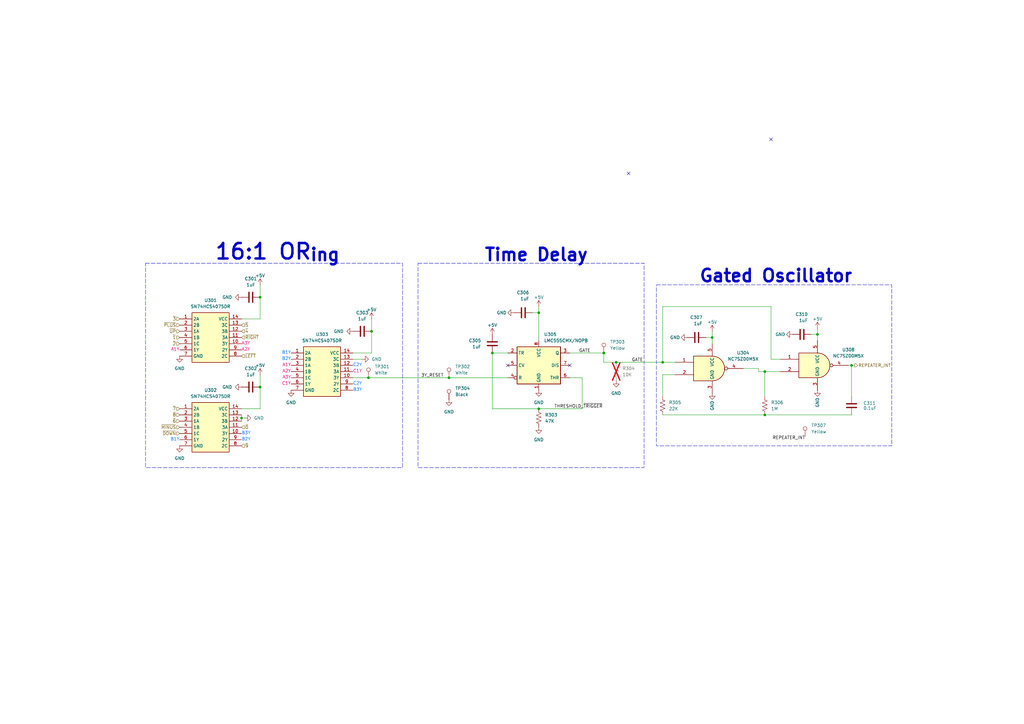
<source format=kicad_sch>
(kicad_sch (version 20250114) (generator "eeschema") (generator_version "9.0")
  (paper "A3")
  (title_block (title "MEP MAXI 85V-1 REV 2 Keypad") (date "2025-06-22") (rev "X2") (company "McMillan Enterprises") (comment 1 "Firmware: Connor McMillan (connor@mcmillan.website)") (comment 2 "Hardware &"))
  (polyline (pts (xy 376.1996 267.8182) (xy 376.4126 266.745) (xy 376.6117 266.745) (xy 376.333 268.1388) (xy 376.1697 268.1388) (xy 375.5464 267.0656) (xy 375.3333 268.1388) (xy 375.1343 268.1388) (xy 375.413 266.745) (xy 375.5763 266.745) (xy 376.1996 267.8182)) (stroke (width -0.0001) (type solid)) (fill (type outline)))
  (polyline (pts (xy 389.122 268.1388) (xy 388.9228 268.1388) (xy 389.2016 266.745) (xy 389.4007 266.745) (xy 389.122 268.1388)) (stroke (width -0.0001) (type solid)) (fill (type outline)))
  (polyline (pts (xy 385.1279 266.7468) (xy 385.1838 266.752) (xy 385.2364 266.7605) (xy 385.2855 266.7724) (xy 385.3088 266.7796) (xy 385.3311 266.7876) (xy 385.3526 266.7963) (xy 385.3732 266.8059) (xy 385.3928 266.8163) (xy 385.4115 266.8274) (xy 385.4293 266.8394) (xy 385.4462 266.852) (xy 385.4621 266.8655) (xy 385.477 266.8797) (xy 385.491 266.8946) (xy 385.504 266.9103) (xy 385.516 266.9267) (xy 385.527 266.9438) (xy 385.537 266.9617) (xy 385.546 266.9802) (xy 385.554 266.9995) (xy 385.5609 267.0194) (xy 385.5668 267.04) (xy 385.5716 267.0614) (xy 385.5754 267.0833) (xy 385.5781 267.106) (xy 385.5798 267.1293) (xy 385.5803 267.1532) (xy 385.5796 267.1862) (xy 385.5774 267.2183) (xy 385.5738 267.2495) (xy 385.5688 267.2798) (xy 385.5623 267.3091) (xy 385.5545 267.3376) (xy 385.5454 267.3651) (xy 385.5348 267.3916) (xy 385.523 267.4172) (xy 385.5099 267.4418) (xy 385.4954 267.4655) (xy 385.4797 267.4881) (xy 385.4628 267.5098) (xy 385.4446 267.5304) (xy 385.4252 267.55) (xy 385.4046 267.5686) (xy 385.3829 267.5861) (xy 385.3599 267.6026) (xy 385.3358 267.618) (xy 385.3107 267.6324) (xy 385.2843 267.6456) (xy 385.257 267.6578) (xy 385.2285 267.6688) (xy 385.199 267.6788) (xy 385.1684 267.6876) (xy 385.1369 267.6952) (xy 385.1043 267.7017) (xy 385.0708 267.7071) (xy 385.0363 267.7113) (xy 385.0009 267.7143) (xy 384.9645 267.7161) (xy 384.9273 267.7167) (xy 384.5549 267.7167) (xy 384.4712 268.1388) (xy 384.2722 268.1388) (xy 384.3913 267.5434) (xy 384.5908 267.5434) (xy 384.9312 267.5434) (xy 384.9832 267.5419) (xy 385.0323 267.5375) (xy 385.0785 267.5301) (xy 385.1217 267.5197) (xy 385.1421 267.5134) (xy 385.1618 267.5064) (xy 385.1807 267.4987) (xy 385.1988 267.4902) (xy 385.2161 267.481) (xy 385.2325 267.4711) (xy 385.2482 267.4605) (xy 385.263 267.4491) (xy 385.277 267.437) (xy 385.2902 267.4243) (xy 385.3025 267.4108) (xy 385.314 267.3965) (xy 385.3245 267.3816) (xy 385.3342 267.366) (xy 385.3431 267.3497) (xy 385.351 267.3326) (xy 385.358 267.3149) (xy 385.3641 267.2964) (xy 385.3693 267.2773) (xy 385.3736 267.2574) (xy 385.3769 267.2369) (xy 385.3793 267.2157) (xy 385.3808 267.1937) (xy 385.3813 267.1711) (xy 385.3809 267.1557) (xy 385.3799 267.1407) (xy 385.3781 267.1262) (xy 385.3757 267.1122) (xy 385.3726 267.0987) (xy 385.3688 267.0857) (xy 385.3644 267.0731) (xy 385.3593 267.0611) (xy 385.3535 267.0495) (xy 385.3471 267.0384) (xy 385.34 267.0277) (xy 385.3323 267.0176) (xy 385.324 267.008) (xy 385.315 266.9988) (xy 385.3054 266.9902) (xy 385.2951 266.982) (xy 385.2843 266.9743) (xy 385.2728 266.9671) (xy 385.2607 266.9604) (xy 385.248 266.9542) (xy 385.2348 266.9485) (xy 385.2209 266.9432) (xy 385.2064 266.9385) (xy 385.1914 266.9343) (xy 385.1758 266.9305) (xy 385.1596 266.9273) (xy 385.1428 266.9245) (xy 385.1255 266.9223) (xy 385.1076 266.9205) (xy 385.0892 266.9193) (xy 385.0703 266.9185) (xy 385.0507 266.9183) (xy 384.7162 266.9183) (xy 384.5908 267.5434) (xy 384.3913 267.5434) (xy 384.5509 266.745) (xy 385.0686 266.745) (xy 385.1279 266.7468)) (stroke (width -0.0001) (type solid)) (fill (type outline)))
  (polyline (pts (xy 385.2743 261.2772) (xy 386.1083 261.2772) (xy 385.2101 265.768) (xy 384.376 265.768) (xy 385.2743 261.2772) (xy 385.2743 261.2772)) (stroke (width -0.0001) (type solid)) (fill (type outline)))
  (polyline (pts (xy 402.3773 264.4208) (xy 402.9996 261.2772) (xy 403.8272 261.2772) (xy 402.9291 265.768) (xy 402.2426 265.768) (xy 400.4013 262.6244) (xy 399.7726 265.768) (xy 398.945 265.768) (xy 399.8432 261.2772) (xy 400.5296 261.2772) (xy 402.3773 264.4208)) (stroke (width -0.0001) (type solid)) (fill (type outline)))
  (polyline (pts (xy 370.1265 264.0944) (xy 372.7347 260.7468) (xy 372.7404 260.7468) (xy 370.1265 264.0944)) (stroke (width -0.0001) (type solid)) (fill (type outline)))
  (polyline (pts (xy 381.0146 264.2668) (xy 383.3435 261.2772) (xy 384.062 261.2772) (xy 383.1639 265.768) (xy 382.3748 265.768) (xy 382.9585 262.8233) (xy 381.0403 265.2548) (xy 380.6682 265.2548) (xy 379.6417 262.7656) (xy 379.045 265.768) (xy 378.2495 265.768) (xy 379.1477 261.2772) (xy 379.8278 261.2772) (xy 381.0146 264.2668)) (stroke (width -0.0001) (type solid)) (fill (type outline)))
  (polyline (pts (xy 398.3679 265.768) (xy 397.5403 265.768) (xy 397.3029 264.7287) (xy 395.0446 264.7287) (xy 394.3967 265.768) (xy 393.5049 265.768) (xy 394.6058 264.0743) (xy 395.4552 264.0743) (xy 397.1489 264.0743) (xy 396.6934 262.0983) (xy 395.4552 264.0743) (xy 394.6058 264.0743) (xy 396.424 261.2772) (xy 397.2516 261.2772) (xy 398.3679 265.768)) (stroke (width -0.0001) (type solid)) (fill (type outline)))
  (polyline (pts (xy 370.1265 264.0944) (xy 372.7347 260.7468) (xy 372.7404 260.7468) (xy 370.1265 264.0944)) (stroke (width -0.0001) (type solid)) (fill (type outline)))
  (polyline (pts (xy 374.1361 266.9183) (xy 373.3495 266.9183) (xy 373.2639 267.3463) (xy 373.9648 267.3463) (xy 373.931 267.5156) (xy 373.2301 267.5156) (xy 373.1405 267.9656) (xy 373.9548 267.9656) (xy 373.921 268.1388) (xy 372.9075 268.1388) (xy 373.1863 266.745) (xy 374.1699 266.745) (xy 374.1361 266.9183)) (stroke (width -0.0001) (type solid)) (fill (type outline)))
  (polyline (pts (xy 380.9337 266.9183) (xy 380.1472 266.9183) (xy 380.0616 267.3463) (xy 380.7625 267.3463) (xy 380.7286 267.5156) (xy 380.0277 267.5156) (xy 379.9381 267.9656) (xy 380.7525 267.9656) (xy 380.7187 268.1388) (xy 379.7052 268.1388) (xy 379.9839 266.745) (xy 380.9676 266.745) (xy 380.9337 266.9183)) (stroke (width -0.0001) (type solid)) (fill (type outline)))
  (polyline (pts (xy 393.7901 266.9183) (xy 393.0036 266.9183) (xy 392.918 267.3463) (xy 393.6189 267.3463) (xy 393.585 267.5156) (xy 392.8841 267.5156) (xy 392.7945 267.9656) (xy 393.6089 267.9656) (xy 393.5751 268.1388) (xy 392.5616 268.1388) (xy 392.8403 266.745) (xy 393.824 266.745) (xy 393.7901 266.9183)) (stroke (width -0.0001) (type solid)) (fill (type outline)))
  (polyline (pts (xy 375.0109 259.0135) (xy 370.1552 265.2009) (xy 369.7386 265.2009) (xy 368.5893 262.4136) (xy 367.9211 265.7758) (xy 367.03 265.7758) (xy 368.0361 260.7468) (xy 368.7976 260.7468) (xy 369.9562 263.6659) (xy 370.1265 264.0944) (xy 372.7404 260.7468) (xy 373.6079 259.6357) (xy 374.9545 258.6582) (xy 375.0109 259.0135)) (stroke (width -0.0001) (type solid)) (fill (type outline)))
  (polyline (pts (xy 372.5335 265.7758) (xy 371.6499 265.7758) (xy 372.1364 263.321) (xy 373.3282 261.8024) (xy 372.5335 265.7758)) (stroke (width -0.0001) (type solid)) (fill (type outline)))
  (polyline (pts (xy 387.3207 261.2772) (xy 388.1546 261.2772) (xy 387.3976 265.0624) (xy 389.7457 265.0624) (xy 389.6046 265.768) (xy 386.4224 265.768) (xy 387.3207 261.2772) (xy 387.3207 261.2772)) (stroke (width -0.0001) (type solid)) (fill (type outline)))
  (polyline (pts (xy 395.5093 266.7296) (xy 395.5411 266.731) (xy 395.5725 266.7334) (xy 395.6036 266.7368) (xy 395.6342 266.7411) (xy 395.6644 266.7463) (xy 395.694 266.7524) (xy 395.7229 266.7595) (xy 395.7512 266.7674) (xy 395.7788 266.7762) (xy 395.8056 266.7858) (xy 395.8315 266.7963) (xy 395.8565 266.8076) (xy 395.8805 266.8198) (xy 395.9034 266.8328) (xy 395.9253 266.8466) (xy 395.8457 267.0098) (xy 395.8259 266.9964) (xy 395.8055 266.9839) (xy 395.7844 266.9722) (xy 395.7627 266.9613) (xy 395.7405 266.9513) (xy 395.7177 266.9422) (xy 395.6944 266.9339) (xy 395.6707 266.9265) (xy 395.6465 266.9199) (xy 395.6219 266.9142) (xy 395.5969 266.9094) (xy 395.5715 266.9054) (xy 395.5459 266.9023) (xy 395.5199 266.9001) (xy 395.4937 266.8988) (xy 395.4673 266.8984) (xy 395.4254 266.8995) (xy 395.3855 266.9028) (xy 395.3477 266.9083) (xy 395.3122 266.9159) (xy 395.279 266.9255) (xy 395.2483 266.937) (xy 395.22 266.9504) (xy 395.1943 266.9655) (xy 395.1713 266.9824) (xy 395.1608 266.9915) (xy 395.1511 267.001) (xy 395.142 267.0109) (xy 395.1337 267.0211) (xy 395.1261 267.0318) (xy 395.1193 267.0428) (xy 395.1132 267.0542) (xy 395.1079 267.0659) (xy 395.1034 267.078) (xy 395.0997 267.0904) (xy 395.0968 267.1031) (xy 395.0947 267.1162) (xy 395.0934 267.1296) (xy 395.093 267.1432) (xy 395.095 267.1694) (xy 395.101 267.1933) (xy 395.1107 267.215) (xy 395.1237 267.2347) (xy 395.1399 267.2526) (xy 395.159 267.2689) (xy 395.1806 267.2837) (xy 395.2047 267.2973) (xy 395.2308 267.3098) (xy 395.2588 267.3214) (xy 395.3192 267.3427) (xy 395.4504 267.3827) (xy 395.5171 267.4042) (xy 395.5817 267.4288) (xy 395.6125 267.4426) (xy 395.642 267.4578) (xy 395.67 267.4744) (xy 395.6961 267.4927) (xy 395.7202 267.5128) (xy 395.7419 267.535) (xy 395.7609 267.5594) (xy 395.7771 267.5861) (xy 395.7902 267.6155) (xy 395.7998 267.6475) (xy 395.8058 267.6826) (xy 395.8078 267.7207) (xy 395.8071 267.7458) (xy 395.805 267.7702) (xy 395.8015 267.794) (xy 395.7967 267.8171) (xy 395.7906 267.8395) (xy 395.7831 267.8613) (xy 395.7744 267.8824) (xy 395.7645 267.9028) (xy 395.7533 267.9224) (xy 395.7409 267.9414) (xy 395.7274 267.9596) (xy 395.7127 267.977) (xy 395.6969 267.9938) (xy 395.68 268.0097) (xy 395.6621 268.0249) (xy 395.6431 268.0393) (xy 395.623 268.0529) (xy 395.602 268.0657) (xy 395.5801 268.0777) (xy 395.5572 268.0888) (xy 395.5334 268.0992) (xy 395.5087 268.1087) (xy 395.4831 268.1173) (xy 395.4567 268.125) (xy 395.4295 268.1319) (xy 395.4015 268.1379) (xy 395.3727 268.143) (xy 395.3432 268.1472) (xy 395.313 268.1505) (xy 395.2821 268.1529) (xy 395.2506 268.1543) (xy 395.2184 268.1548) (xy 395.1786 268.1539) (xy 395.139 268.1514) (xy 395.0999 268.1474) (xy 395.0613 268.1418) (xy 395.0235 268.1348) (xy 394.9865 268.1264) (xy 394.9506 268.1168) (xy 394.9158 268.106) (xy 394.8823 268.0941) (xy 394.8503 268.0811) (xy 394.8198 268.0671) (xy 394.7911 268.0523) (xy 394.7643 268.0366) (xy 394.7396 268.0202) (xy 394.717 268.0032) (xy 394.6967 267.9855) (xy 394.7843 267.8262) (xy 394.8049 267.8441) (xy 394.827 267.8611) (xy 394.8504 267.8771) (xy 394.8751 267.8923) (xy 394.9011 267.9064) (xy 394.9281 267.9195) (xy 394.9561 267.9315) (xy 394.985 267.9425) (xy 395.0147 267.9522) (xy 395.045 267.9608) (xy 395.076 267.9682) (xy 395.1075 267.9743) (xy 395.1394 267.9792) (xy 395.1715 267.9827) (xy 395.2039 267.9848) (xy 395.2363 267.9855) (xy 395.2776 267.9845) (xy 395.3171 267.9815) (xy 395.3546 267.9766) (xy 395.3901 267.9698) (xy 395.4233 267.961) (xy 395.4543 267.9504) (xy 395.4828 267.938) (xy 395.5089 267.9238) (xy 395.5323 267.9078) (xy 395.5429 267.8991) (xy 395.5529 267.89) (xy 395.5622 267.8805) (xy 395.5707 267.8706) (xy 395.5785 267.8602) (xy 395.5855 267.8494) (xy 395.5917 267.8382) (xy 395.5972 267.8266) (xy 395.6019 267.8146) (xy 395.6057 267.8022) (xy 395.6087 267.7894) (xy 395.6109 267.7761) (xy 395.6122 267.7625) (xy 395.6127 267.7485) (xy 395.6106 267.7225) (xy 395.6046 267.6989) (xy 395.595 267.6775) (xy 395.5819 267.6581) (xy 395.5658 267.6406) (xy 395.5467 267.6246) (xy 395.525 267.6101) (xy 395.501 267.5968) (xy 395.4748 267.5847) (xy 395.4469 267.5733) (xy 395.3865 267.5525) (xy 395.2553 267.5131) (xy 395.1886 267.4914) (xy 395.124 267.4664) (xy 395.0932 267.4521) (xy 395.0637 267.4365) (xy 395.0357 267.4192) (xy 395.0096 267.4002) (xy 394.9855 267.3792) (xy 394.9639 267.3561) (xy 394.9448 267.3306) (xy 394.9286 267.3025) (xy 394.9156 267.2717) (xy 394.9059 267.238) (xy 394.8999 267.2012) (xy 394.8979 267.1611) (xy 394.8986 267.1364) (xy 394.9007 267.1123) (xy 394.9041 267.0888) (xy 394.9088 267.066) (xy 394.9149 267.0437) (xy 394.9222 267.0222) (xy 394.9307 267.0013) (xy 394.9405 266.9811) (xy 394.9515 266.9615) (xy 394.9637 266.9427) (xy 394.977 266.9246) (xy 394.9914 266.9072) (xy 395.007 266.8905) (xy 395.0236 266.8746) (xy 395.0412 266.8594) (xy 395.0599 266.845) (xy 395.0796 266.8314) (xy 395.1002 266.8186) (xy 395.1218 266.8066) (xy 395.1443 266.7954) (xy 395.1677 266.7851) (xy 395.192 266.7755) (xy 395.2172 266.7669) (xy 395.2431 266.7591) (xy 395.2699 266.7521) (xy 395.2974 266.7461) (xy 395.3257 266.7409) (xy 395.3546 266.7367) (xy 395.3843 266.7334) (xy 395.4147 266.731) (xy 395.4457 266.7295) (xy 395.4773 266.7291) (xy 395.5093 266.7296)) (stroke (width -0.0001) (type solid)) (fill (type outline)))
  (polyline (pts (xy 391.1634 261.2772) (xy 391.9974 261.2772) (xy 391.2404 265.0624) (xy 393.5885 265.0624) (xy 393.4473 265.768) (xy 390.2652 265.768) (xy 391.1634 261.2772) (xy 391.1634 261.2772)) (stroke (width -0.0001) (type solid)) (fill (type outline)))
  (polyline (pts (xy 378.8385 266.9183) (xy 378.3626 266.9183) (xy 378.1177 268.1388) (xy 377.9206 268.1388) (xy 378.1635 266.9183) (xy 377.6876 266.9183) (xy 377.7215 266.745) (xy 378.8744 266.745) (xy 378.8385 266.9183)) (stroke (width -0.0001) (type solid)) (fill (type outline)))
  (polyline (pts (xy 391.1535 266.7296) (xy 391.1852 266.731) (xy 391.2167 266.7334) (xy 391.2477 266.7368) (xy 391.2784 266.7411) (xy 391.3085 266.7463) (xy 391.3381 266.7524) (xy 391.3671 266.7595) (xy 391.3954 266.7674) (xy 391.423 266.7762) (xy 391.4497 266.7858) (xy 391.4756 266.7963) (xy 391.5006 266.8076) (xy 391.5246 266.8198) (xy 391.5476 266.8328) (xy 391.5694 266.8466) (xy 391.4898 267.0098) (xy 391.47 266.9964) (xy 391.4496 266.9839) (xy 391.4285 266.9722) (xy 391.4069 266.9613) (xy 391.3846 266.9513) (xy 391.3619 266.9422) (xy 391.3386 266.9339) (xy 391.3148 266.9265) (xy 391.2906 266.9199) (xy 391.266 266.9142) (xy 391.241 266.9094) (xy 391.2157 266.9054) (xy 391.19 266.9023) (xy 391.1641 266.9001) (xy 391.1379 266.8988) (xy 391.1115 266.8984) (xy 391.0695 266.8995) (xy 391.0296 266.9028) (xy 390.9919 266.9083) (xy 390.9564 266.9159) (xy 390.9232 266.9255) (xy 390.8924 266.937) (xy 390.8641 266.9504) (xy 390.8384 266.9655) (xy 390.8154 266.9824) (xy 390.805 266.9915) (xy 390.7952 267.001) (xy 390.7862 267.0109) (xy 390.7778 267.0211) (xy 390.7703 267.0318) (xy 390.7634 267.0428) (xy 390.7574 267.0542) (xy 390.7521 267.0659) (xy 390.7475 267.078) (xy 390.7438 267.0904) (xy 390.7409 267.1031) (xy 390.7388 267.1162) (xy 390.7376 267.1296) (xy 390.7371 267.1432) (xy 390.7392 267.1694) (xy 390.7452 267.1933) (xy 390.7548 267.215) (xy 390.7679 267.2347) (xy 390.784 267.2526) (xy 390.8031 267.2689) (xy 390.8248 267.2837) (xy 390.8488 267.2973) (xy 390.875 267.3098) (xy 390.9029 267.3214) (xy 390.9633 267.3427) (xy 391.0946 267.3827) (xy 391.1612 267.4042) (xy 391.2258 267.4288) (xy 391.2566 267.4426) (xy 391.2862 267.4578) (xy 391.3141 267.4744) (xy 391.3403 267.4927) (xy 391.3643 267.5128) (xy 391.386 267.535) (xy 391.4051 267.5594) (xy 391.4213 267.5861) (xy 391.4343 267.6155) (xy 391.4439 267.6475) (xy 391.4499 267.6826) (xy 391.452 267.7207) (xy 391.4513 267.7458) (xy 391.4492 267.7702) (xy 391.4457 267.794) (xy 391.4409 267.8171) (xy 391.4347 267.8395) (xy 391.4273 267.8613) (xy 391.4186 267.8824) (xy 391.4086 267.9028) (xy 391.3974 267.9224) (xy 391.3851 267.9414) (xy 391.3715 267.9596) (xy 391.3568 267.977) (xy 391.341 267.9938) (xy 391.3242 268.0097) (xy 391.3062 268.0249) (xy 391.2872 268.0393) (xy 391.2672 268.0529) (xy 391.2462 268.0657) (xy 391.2242 268.0777) (xy 391.2013 268.0888) (xy 391.1775 268.0992) (xy 391.1528 268.1087) (xy 391.1272 268.1173) (xy 391.1008 268.125) (xy 391.0736 268.1319) (xy 391.0456 268.1379) (xy 391.0169 268.143) (xy 390.9874 268.1472) (xy 390.9572 268.1505) (xy 390.9263 268.1529) (xy 390.8947 268.1543) (xy 390.8626 268.1548) (xy 390.8227 268.1539) (xy 390.7831 268.1514) (xy 390.744 268.1474) (xy 390.7055 268.1418) (xy 390.6676 268.1348) (xy 390.6307 268.1264) (xy 390.5947 268.1168) (xy 390.5599 268.106) (xy 390.5264 268.0941) (xy 390.4944 268.0811) (xy 390.464 268.0671) (xy 390.4353 268.0523) (xy 390.4085 268.0366) (xy 390.3837 268.0202) (xy 390.3611 268.0032) (xy 390.3409 267.9855) (xy 390.4285 267.8262) (xy 390.449 267.8441) (xy 390.4711 267.8611) (xy 390.4946 267.8771) (xy 390.5193 267.8923) (xy 390.5452 267.9064) (xy 390.5722 267.9195) (xy 390.6002 267.9315) (xy 390.6291 267.9425) (xy 390.6588 267.9522) (xy 390.6892 267.9608) (xy 390.7202 267.9682) (xy 390.7516 267.9743) (xy 390.7835 267.9792) (xy 390.8157 267.9827) (xy 390.848 267.9848) (xy 390.8805 267.9855) (xy 390.9218 267.9845) (xy 390.9612 267.9815) (xy 390.9988 267.9766) (xy 391.0342 267.9698) (xy 391.0675 267.961) (xy 391.0984 267.9504) (xy 391.127 267.938) (xy 391.153 267.9238) (xy 391.1764 267.9078) (xy 391.1871 267.8991) (xy 391.1971 267.89) (xy 391.2063 267.8805) (xy 391.2148 267.8706) (xy 391.2226 267.8602) (xy 391.2296 267.8494) (xy 391.2359 267.8382) (xy 391.2413 267.8266) (xy 391.246 267.8146) (xy 391.2499 267.8022) (xy 391.2529 267.7894) (xy 391.255 267.7761) (xy 391.2564 267.7625) (xy 391.2568 267.7485) (xy 391.2547 267.7225) (xy 391.2488 267.6989) (xy 391.2391 267.6775) (xy 391.2261 267.6581) (xy 391.2099 267.6406) (xy 391.1908 267.6246) (xy 391.1692 267.6101) (xy 391.1451 267.5968) (xy 391.119 267.5847) (xy 391.091 267.5733) (xy 391.0306 267.5525) (xy 390.8994 267.5131) (xy 390.8328 267.4914) (xy 390.7682 267.4664) (xy 390.7373 267.4521) (xy 390.7078 267.4365) (xy 390.6798 267.4192) (xy 390.6537 267.4002) (xy 390.6297 267.3792) (xy 390.608 267.3561) (xy 390.5889 267.3306) (xy 390.5727 267.3025) (xy 390.5597 267.2717) (xy 390.5501 267.238) (xy 390.5441 267.2012) (xy 390.542 267.1611) (xy 390.5427 267.1364) (xy 390.5448 267.1123) (xy 390.5482 267.0888) (xy 390.553 267.066) (xy 390.559 267.0437) (xy 390.5663 267.0222) (xy 390.5749 267.0013) (xy 390.5847 266.9811) (xy 390.5957 266.9615) (xy 390.6078 266.9427) (xy 390.6211 266.9246) (xy 390.6356 266.9072) (xy 390.6511 266.8905) (xy 390.6677 266.8746) (xy 390.6854 266.8594) (xy 390.704 266.845) (xy 390.7237 266.8314) (xy 390.7444 266.8186) (xy 390.766 266.8066) (xy 390.7885 266.7954) (xy 390.8119 266.7851) (xy 390.8362 266.7755) (xy 390.8613 266.7669) (xy 390.8873 266.7591) (xy 390.914 266.7521) (xy 390.9415 266.7461) (xy 390.9698 266.7409) (xy 390.9988 266.7367) (xy 391.0285 266.7334) (xy 391.0588 266.731) (xy 391.0898 266.7295) (xy 391.1215 266.7291) (xy 391.1535 266.7296)) (stroke (width -0.0001) (type solid)) (fill (type outline)))
  (polyline (pts (xy 376.5896 261.2161) (xy 376.7285 261.2253) (xy 376.8635 261.2405) (xy 376.9943 261.2617) (xy 377.1207 261.2889) (xy 377.2425 261.322) (xy 377.3594 261.3608) (xy 377.4711 261.4055) (xy 377.5776 261.4558) (xy 377.6785 261.5119) (xy 377.7736 261.5735) (xy 377.8626 261.6406) (xy 377.9454 261.7133) (xy 378.0216 261.7914) (xy 378.0911 261.8748) (xy 378.1536 261.9636) (xy 377.5506 262.4705) (xy 377.5032 262.4085) (xy 377.4525 262.3502) (xy 377.3985 262.2956) (xy 377.3702 262.2698) (xy 377.3411 262.2448) (xy 377.3112 262.2208) (xy 377.2804 262.1978) (xy 377.2488 262.1757) (xy 377.2164 262.1546) (xy 377.1831 262.1344) (xy 377.149 262.1153) (xy 377.114 262.0971) (xy 377.0782 262.0799) (xy 377.004 262.0485) (xy 376.9265 262.0212) (xy 376.8455 261.9979) (xy 376.7611 261.9787) (xy 376.6733 261.9638) (xy 376.5821 261.953) (xy 376.4874 261.9465) (xy 376.3893 261.9444) (xy 376.2829 261.9469) (xy 376.1791 261.9543) (xy 376.0779 261.9666) (xy 375.9794 261.9836) (xy 375.8836 262.0052) (xy 375.7906 262.0312) (xy 375.7004 262.0616) (xy 375.6131 262.0961) (xy 375.5288 262.1348) (xy 375.4474 262.1774) (xy 375.3691 262.2238) (xy 375.2939 262.2739) (xy 375.2219 262.3276) (xy 375.1531 262.3847) (xy 375.0875 262.4452) (xy 375.0252 262.5089) (xy 374.9663 262.5757) (xy 374.9108 262.6455) (xy 374.8588 262.718) (xy 374.8103 262.7933) (xy 374.7654 262.8712) (xy 374.7241 262.9515) (xy 374.6865 263.0341) (xy 374.6526 263.119) (xy 374.6225 263.206) (xy 374.5963 263.2949) (xy 374.5739 263.3856) (xy 374.5555 263.4781) (xy 374.5411 263.5722) (xy 374.5307 263.6677) (xy 374.5245 263.7645) (xy 374.5224 263.8626) (xy 374.5238 263.9316) (xy 374.5281 263.9992) (xy 374.5352 264.0651) (xy 374.5451 264.1295) (xy 374.5579 264.1922) (xy 374.5734 264.2532) (xy 374.5918 264.3125) (xy 374.6129 264.3701) (xy 374.6368 264.4258) (xy 374.6635 264.4796) (xy 374.6929 264.5315) (xy 374.725 264.5815) (xy 374.7599 264.6294) (xy 374.7975 264.6753) (xy 374.8378 264.7191) (xy 374.8808 264.7608) (xy 374.9265 264.8003) (xy 374.9749 264.8376) (xy 375.026 264.8726) (xy 375.0797 264.9053) (xy 375.136 264.9356) (xy 375.195 264.9636) (xy 375.2566 264.9891) (xy 375.3208 265.0121) (xy 375.3876 265.0325) (xy 375.457 265.0504) (xy 375.529 265.0656) (xy 375.6036 265.0782) (xy 375.6807 265.088) (xy 375.7604 265.0951) (xy 375.8427 265.0994) (xy 375.9274 265.1009) (xy 376.0205 265.0989) (xy 376.112 265.093) (xy 376.2019 265.0832) (xy 376.2902 265.0693) (xy 376.3768 265.0514) (xy 376.4616 265.0295) (xy 376.5447 265.0035) (xy 376.6259 264.9733) (xy 376.7053 264.9391) (xy 376.7827 264.9007) (xy 376.8581 264.8581) (xy 376.9315 264.8112) (xy 377.0029 264.7602) (xy 377.0721 264.7048) (xy 377.1392 264.6452) (xy 377.2041 264.5812) (xy 377.6916 265.1072) (xy 377.6074 265.1978) (xy 377.5183 265.2821) (xy 377.4247 265.36) (xy 377.3266 265.4316) (xy 377.2242 265.4971) (xy 377.1176 265.5565) (xy 377.0072 265.6099) (xy 376.8929 265.6574) (xy 376.7751 265.699) (xy 376.6538 265.7348) (xy 376.5292 265.7649) (xy 376.4015 265.7893) (xy 376.2709 265.8082) (xy 376.1376 265.8216) (xy 376.0016 265.8296) (xy 375.8632 265.8322) (xy 375.7367 265.8299) (xy 375.6135 265.8232) (xy 375.4937 265.8119) (xy 375.3772 265.7964) (xy 375.2641 265.7765) (xy 375.1545 265.7525) (xy 375.0484 265.7244) (xy 374.9459 265.6922) (xy 374.847 265.656) (xy 374.7518 265.616) (xy 374.6603 265.5722) (xy 374.5725 265.5247) (xy 374.4886 265.4735) (xy 374.4085 265.4188) (xy 374.3324 265.3605) (xy 374.2601 265.2989) (xy 374.1919 265.234) (xy 374.1278 265.1658) (xy 374.0677 265.0944) (xy 374.0118 265.0199) (xy 373.9601 264.9424) (xy 373.9126 264.862) (xy 373.8695 264.7788) (xy 373.8306 264.6927) (xy 373.7962 264.604) (xy 373.7662 264.5126) (xy 373.7406 264.4187) (xy 373.7196 264.3224) (xy 373.7032 264.2236) (xy 373.6914 264.1226) (xy 373.6843 264.0193) (xy 373.682 263.9139) (xy 373.6852 263.7724) (xy 373.6947 263.633) (xy 373.7105 263.496) (xy 373.7324 263.3613) (xy 373.7603 263.2293) (xy 373.7942 263.1001) (xy 373.8339 262.9737) (xy 373.8794 262.8505) (xy 373.9306 262.7304) (xy 373.9873 262.6138) (xy 374.0495 262.5006) (xy 374.117 262.3912) (xy 374.1899 262.2856) (xy 374.2679 262.1839) (xy 374.3509 262.0865) (xy 374.439 261.9933) (xy 374.5319 261.9046) (xy 374.6297 261.8205) (xy 374.7321 261.7411) (xy 374.8391 261.6667) (xy 374.9507 261.5973) (xy 375.0666 261.5332) (xy 375.1869 261.4744) (xy 375.3113 261.4212) (xy 375.4399 261.3737) (xy 375.5725 261.332) (xy 375.709 261.2963) (xy 375.8493 261.2667) (xy 375.9934 261.2434) (xy 376.1411 261.2266) (xy 376.2924 261.2164) (xy 376.4471 261.213) (xy 376.5896 261.2161)) (stroke (width -0.0001) (type solid)) (fill (type outline)))
  (rectangle (start 269.24 116.84) (end 365.76 182.88) (stroke (width 0) (type dash)))
  (polyline (pts (xy 382.7899 266.7468) (xy 382.8462 266.752) (xy 382.899 266.7605) (xy 382.9484 266.7724) (xy 382.9717 266.7796) (xy 382.9942 266.7876) (xy 383.0158 266.7963) (xy 383.0364 266.8059) (xy 383.0561 266.8163) (xy 383.0749 266.8274) (xy 383.0928 266.8394) (xy 383.1097 266.852) (xy 383.1256 266.8655) (xy 383.1406 266.8797) (xy 383.1546 266.8946) (xy 383.1677 266.9103) (xy 383.1797 266.9267) (xy 383.1907 266.9438) (xy 383.2007 266.9617) (xy 383.2098 266.9802) (xy 383.2177 266.9995) (xy 383.2247 267.0194) (xy 383.2306 267.04) (xy 383.2354 267.0614) (xy 383.2392 267.0833) (xy 383.2419 267.106) (xy 383.2436 267.1293) (xy 383.2441 267.1532) (xy 383.2423 267.2041) (xy 383.24 267.2287) (xy 383.2369 267.2527) (xy 383.2329 267.2763) (xy 383.228 267.2992) (xy 383.2223 267.3217) (xy 383.2157 267.3435) (xy 383.2083 267.3648) (xy 383.2001 267.3855) (xy 383.191 267.4056) (xy 383.1811 267.4252) (xy 383.1704 267.4442) (xy 383.1589 267.4625) (xy 383.1466 267.4803) (xy 383.1336 267.4974) (xy 383.1198 267.514) (xy 383.1052 267.5299) (xy 383.0898 267.5452) (xy 383.0737 267.5599) (xy 383.0569 267.5739) (xy 383.0394 267.5873) (xy 383.0211 267.6) (xy 383.0021 267.6121) (xy 382.9621 267.6344) (xy 382.9194 267.6539) (xy 382.8739 267.6707) (xy 382.8259 267.6848) (xy 383.0808 268.1388) (xy 382.8698 268.1388) (xy 382.6269 267.7127) (xy 382.2166 267.7127) (xy 382.133 268.1388) (xy 381.9319 268.1388) (xy 382.051 267.5434) (xy 382.2505 267.5434) (xy 382.595 267.5434) (xy 382.647 267.5419) (xy 382.6961 267.5375) (xy 382.7422 267.5301) (xy 382.7854 267.5197) (xy 382.8059 267.5134) (xy 382.8255 267.5064) (xy 382.8444 267.4987) (xy 382.8625 267.4902) (xy 382.8798 267.481) (xy 382.8963 267.4711) (xy 382.9119 267.4605) (xy 382.9268 267.4491) (xy 382.9408 267.437) (xy 382.9539 267.4243) (xy 382.9662 267.4108) (xy 382.9777 267.3965) (xy 382.9882 267.3816) (xy 382.998 267.366) (xy 383.0068 267.3497) (xy 383.0147 267.3326) (xy 383.0217 267.3149) (xy 383.0278 267.2964) (xy 383.033 267.2773) (xy 383.0373 267.2574) (xy 383.0407 267.2369) (xy 383.043 267.2157) (xy 383.0445 267.1937) (xy 383.045 267.1711) (xy 383.0446 267.1557) (xy 383.0436 267.1407) (xy 383.0418 267.1262) (xy 383.0394 267.1122) (xy 383.0363 267.0987) (xy 383.0325 267.0857) (xy 383.0281 267.0731) (xy 383.023 267.0611) (xy 383.0172 267.0495) (xy 383.0108 267.0384) (xy 383.0037 267.0277) (xy 382.9959 267.0176) (xy 382.9876 267.008) (xy 382.9785 266.9988) (xy 382.9689 266.9902) (xy 382.9586 266.982) (xy 382.9477 266.9743) (xy 382.9362 266.9671) (xy 382.924 266.9604) (xy 382.9113 266.9542) (xy 382.8979 266.9485) (xy 382.884 266.9432) (xy 382.8694 266.9385) (xy 382.8543 266.9343) (xy 382.8386 266.9305) (xy 382.8222 266.9273) (xy 382.8054 266.9245) (xy 382.7879 266.9223) (xy 382.7699 266.9205) (xy 382.7513 266.9193) (xy 382.7321 266.9185) (xy 382.7124 266.9183) (xy 382.3759 266.9183) (xy 382.2505 267.5434) (xy 382.051 267.5434) (xy 382.2107 266.745) (xy 382.7303 266.745) (xy 382.7899 266.7468)) (stroke (width -0.0001) (type solid)) (fill (type outline)))
  (polyline (pts (xy 375.9475 256.261) (xy 377.8002 254.9162) (xy 376.4553 256.7689) (xy 378.7164 257.128) (xy 376.4553 257.4871) (xy 377.8002 259.3399) (xy 375.9475 257.995) (xy 375.5884 260.256) (xy 375.2293 257.995) (xy 373.3765 259.3399) (xy 374.7214 257.4871) (xy 372.4604 257.128) (xy 374.7214 256.7689) (xy 373.3765 254.9162) (xy 375.2293 256.261) (xy 375.5884 254) (xy 375.9475 256.261)) (stroke (width -0.0001) (type solid)) (fill (type outline)))
  (rectangle (start 171.45 107.95) (end 264.16 191.77) (stroke (width 0) (type dash)))
  (polyline (pts (xy 387.4406 266.7468) (xy 387.4968 266.752) (xy 387.5497 266.7605) (xy 387.599 266.7724) (xy 387.6224 266.7796) (xy 387.6449 266.7876) (xy 387.6664 266.7963) (xy 387.6871 266.8059) (xy 387.7068 266.8163) (xy 387.7256 266.8274) (xy 387.7434 266.8394) (xy 387.7603 266.852) (xy 387.7763 266.8655) (xy 387.7913 266.8797) (xy 387.8053 266.8946) (xy 387.8183 266.9103) (xy 387.8303 266.9267) (xy 387.8414 266.9438) (xy 387.8514 266.9617) (xy 387.8604 266.9802) (xy 387.8684 266.9995) (xy 387.8753 267.0194) (xy 387.8812 267.04) (xy 387.8861 267.0614) (xy 387.8899 267.0833) (xy 387.8926 267.106) (xy 387.8942 267.1293) (xy 387.8948 267.1532) (xy 387.8929 267.2041) (xy 387.8907 267.2287) (xy 387.8876 267.2527) (xy 387.8836 267.2763) (xy 387.8787 267.2992) (xy 387.873 267.3217) (xy 387.8664 267.3435) (xy 387.859 267.3648) (xy 387.8507 267.3855) (xy 387.8416 267.4056) (xy 387.8317 267.4252) (xy 387.821 267.4442) (xy 387.8096 267.4625) (xy 387.7973 267.4803) (xy 387.7842 267.4974) (xy 387.7704 267.514) (xy 387.7558 267.5299) (xy 387.7405 267.5452) (xy 387.7244 267.5599) (xy 387.7076 267.5739) (xy 387.69 267.5873) (xy 387.6718 267.6) (xy 387.6528 267.6121) (xy 387.6128 267.6344) (xy 387.57 267.6539) (xy 387.5246 267.6707) (xy 387.4766 267.6848) (xy 387.7314 268.1388) (xy 387.5204 268.1388) (xy 387.2775 267.7127) (xy 386.8673 267.7127) (xy 386.7837 268.1388) (xy 386.5826 268.1388) (xy 386.7017 267.5434) (xy 386.9012 267.5434) (xy 387.2456 267.5434) (xy 387.2976 267.5419) (xy 387.3467 267.5375) (xy 387.3929 267.5301) (xy 387.4361 267.5197) (xy 387.4565 267.5134) (xy 387.4762 267.5064) (xy 387.495 267.4987) (xy 387.5131 267.4902) (xy 387.5304 267.481) (xy 387.5469 267.4711) (xy 387.5626 267.4605) (xy 387.5774 267.4491) (xy 387.5914 267.437) (xy 387.6046 267.4243) (xy 387.6169 267.4108) (xy 387.6283 267.3965) (xy 387.6389 267.3816) (xy 387.6486 267.366) (xy 387.6574 267.3497) (xy 387.6653 267.3326) (xy 387.6724 267.3149) (xy 387.6785 267.2964) (xy 387.6837 267.2773) (xy 387.688 267.2574) (xy 387.6913 267.2369) (xy 387.6937 267.2157) (xy 387.6951 267.1937) (xy 387.6956 267.1711) (xy 387.6953 267.1557) (xy 387.6942 267.1407) (xy 387.6925 267.1262) (xy 387.6901 267.1122) (xy 387.687 267.0987) (xy 387.6832 267.0857) (xy 387.6787 267.0731) (xy 387.6736 267.0611) (xy 387.6678 267.0495) (xy 387.6614 267.0384) (xy 387.6543 267.0277) (xy 387.6466 267.0176) (xy 387.6382 267.008) (xy 387.6292 266.9988) (xy 387.6195 266.9902) (xy 387.6093 266.982) (xy 387.5984 266.9743) (xy 387.5868 266.9671) (xy 387.5747 266.9604) (xy 387.5619 266.9542) (xy 387.5486 266.9485) (xy 387.5346 266.9432) (xy 387.5201 266.9385) (xy 387.5049 266.9343) (xy 387.4892 266.9305) (xy 387.4729 266.9273) (xy 387.456 266.9245) (xy 387.4385 266.9223) (xy 387.4205 266.9205) (xy 387.4019 266.9193) (xy 387.3828 266.9185) (xy 387.3631 266.9183) (xy 387.0266 266.9183) (xy 386.9012 267.5434) (xy 386.7017 267.5434) (xy 386.8613 266.745) (xy 387.381 266.745) (xy 387.4406 266.7468)) (stroke (width -0.0001) (type solid)) (fill (type outline)))
  (rectangle (start 59.69 107.95) (end 165.1 191.77) (stroke (width 0) (type dash)))
  (text "Gated Oscillator" (at 318.262 113.284 0) (effects (font (size 5.08 5.08) (thickness 1.016) (bold yes))))
  (text "Time Delay" (at 219.964 104.648 0) (effects (font (size 5.08 5.08) (thickness 1.016) (bold yes))))
  (text "16:1 OR_{ing}" (at 113.792 103.378 0) (effects (font (size 6.35 6.35) (thickness 1.016) (bold yes))))
  (junction (at 99.06 171.45))
  (junction (at 313.69 152.4))
  (junction (at 247.65 144.78))
  (junction (at 184.15 154.94))
  (junction (at 106.68 121.92))
  (junction (at 220.98 128.27))
  (junction (at 313.69 170.18))
  (junction (at 335.28 137.16))
  (junction (at 292.1 138.43))
  (junction (at 106.68 158.75))
  (junction (at 220.98 167.64))
  (junction (at 271.78 148.59))
  (junction (at 349.25 149.86))
  (junction (at 151.13 154.94))
  (junction (at 152.4 135.89))
  (junction (at 252.73 148.59))
  (junction (at 201.93 144.78))
  (no_connect (at 257.81 71.12))
  (no_connect (at 208.28 149.86))
  (no_connect (at 316.23 57.15))
  (no_connect (at 233.68 149.86))
  (wire (pts (xy 220.98 128.27) (xy 220.98 139.7)))
  (wire (pts (xy 335.28 137.16) (xy 335.28 139.7)))
  (wire (pts (xy 271.78 125.73) (xy 271.78 148.59)))
  (wire (pts (xy 316.23 125.73) (xy 271.78 125.73)))
  (wire (pts (xy 220.98 125.73) (xy 220.98 128.27)))
  (wire (pts (xy 271.78 170.18) (xy 313.69 170.18)))
  (wire (pts (xy 292.1 138.43) (xy 292.1 140.97)))
  (wire (pts (xy 316.23 147.32) (xy 316.23 125.73)))
  (wire (pts (xy 313.69 152.4) (xy 313.69 162.56)))
  (wire (pts (xy 99.06 167.64) (xy 106.68 167.64)))
  (wire (pts (xy 201.93 167.64) (xy 220.98 167.64)))
  (wire (pts (xy 144.78 154.94) (xy 151.13 154.94)))
  (wire (pts (xy 313.69 170.18) (xy 349.25 170.18)))
  (wire (pts (xy 320.04 147.32) (xy 316.23 147.32)))
  (wire (pts (xy 152.4 135.89) (xy 152.4 144.78)))
  (wire (pts (xy 233.68 144.78) (xy 247.65 144.78)))
  (wire (pts (xy 151.13 154.94) (xy 184.15 154.94)))
  (wire (pts (xy 218.44 128.27) (xy 220.98 128.27)))
  (wire (pts (xy 304.8 151.13) (xy 311.15 151.13)))
  (wire (pts (xy 271.78 153.67) (xy 271.78 162.56)))
  (wire (pts (xy 271.78 148.59) (xy 276.86 148.59)))
  (wire (pts (xy 332.74 137.16) (xy 335.28 137.16)))
  (wire (pts (xy 144.78 147.32) (xy 148.59 147.32)))
  (wire (pts (xy 106.68 116.84) (xy 106.68 121.92)))
  (wire (pts (xy 335.28 134.62) (xy 335.28 137.16)))
  (wire (pts (xy 99.06 130.81) (xy 106.68 130.81)))
  (wire (pts (xy 292.1 135.89) (xy 292.1 138.43)))
  (wire (pts (xy 106.68 158.75) (xy 106.68 167.64)))
  (wire (pts (xy 276.86 153.67) (xy 271.78 153.67)))
  (wire (pts (xy 238.76 167.64) (xy 238.76 154.94)))
  (wire (pts (xy 144.78 144.78) (xy 152.4 144.78)))
  (wire (pts (xy 311.15 151.13) (xy 311.15 152.4)))
  (wire (pts (xy 106.68 121.92) (xy 106.68 130.81)))
  (wire (pts (xy 349.25 149.86) (xy 350.52 149.86)))
  (wire (pts (xy 311.15 152.4) (xy 313.69 152.4)))
  (wire (pts (xy 99.06 170.18) (xy 99.06 171.45)))
  (wire (pts (xy 247.65 148.59) (xy 252.73 148.59)))
  (wire (pts (xy 247.65 144.78) (xy 247.65 148.59)))
  (wire (pts (xy 252.73 148.59) (xy 271.78 148.59)))
  (wire (pts (xy 152.4 130.81) (xy 152.4 135.89)))
  (wire (pts (xy 99.06 171.45) (xy 100.33 171.45)))
  (wire (pts (xy 201.93 144.78) (xy 208.28 144.78)))
  (wire (pts (xy 347.98 149.86) (xy 349.25 149.86)))
  (wire (pts (xy 238.76 154.94) (xy 233.68 154.94)))
  (wire (pts (xy 289.56 138.43) (xy 292.1 138.43)))
  (wire (pts (xy 184.15 154.94) (xy 208.28 154.94)))
  (wire (pts (xy 220.98 167.64) (xy 238.76 167.64)))
  (wire (pts (xy 313.69 152.4) (xy 320.04 152.4)))
  (wire (pts (xy 201.93 144.78) (xy 201.93 167.64)))
  (wire (pts (xy 99.06 171.45) (xy 99.06 172.72)))
  (wire (pts (xy 349.25 149.86) (xy 349.25 162.56)))
  (wire (pts (xy 106.68 153.67) (xy 106.68 158.75)))
  (label "B3Y" (at 144.78 160.02 0))
  (label "GATE" (at 259.08 148.59 0) (effects (font (thickness 0.1588))))
  (label "C1Y" (at 119.38 157.48 180))
  (label "A3Y" (at 99.06 140.97 0))
  (label "B1Y" (at 119.38 144.78 180))
  (label "A1Y" (at 119.38 149.86 180))
  (label "A3Y" (at 119.38 154.94 180))
  (label "C2Y" (at 144.78 149.86 0))
  (label "THRESHOLD_~{TRIGGER}" (at 227.33 167.64 0))
  (label "3Y_RESET" (at 172.72 154.94 0))
  (label "REPEATER_INT" (at 330.2 179.07 180))
  (label "B3Y" (at 99.06 177.8 0))
  (label "B2Y" (at 119.38 147.32 180))
  (label "A2Y" (at 99.06 143.51 0))
  (label "A1Y" (at 73.66 143.51 180))
  (label "B2Y" (at 99.06 180.34 0))
  (label "GATE" (at 237.49 144.78 0) (effects (font (thickness 0.1588))))
  (label "C1Y" (at 144.78 152.4 0))
  (label "C2Y" (at 144.78 157.48 0))
  (label "A2Y" (at 119.38 152.4 180))
  (label "B1Y" (at 73.66 180.34 180))
  (hierarchical_label "~{3}" (shape input) (at 73.66 130.81 180))
  (hierarchical_label "~{MINUS}" (shape input) (at 73.66 175.26 180))
  (hierarchical_label "~{9}" (shape input) (at 99.06 182.88 0))
  (hierarchical_label "~{6}" (shape input) (at 73.66 172.72 180))
  (hierarchical_label "~{DOWN}" (shape input) (at 73.66 177.8 180))
  (hierarchical_label "~{RIGHT}" (shape input) (at 99.06 138.43 0))
  (hierarchical_label "~{PLUS}" (shape input) (at 73.66 133.35 180))
  (hierarchical_label "~{1}" (shape input) (at 73.66 138.43 180))
  (hierarchical_label "~{5}" (shape input) (at 99.06 133.35 0))
  (hierarchical_label "~{UP}" (shape input) (at 73.66 135.89 180))
  (hierarchical_label "~{2}" (shape input) (at 73.66 140.97 180))
  (hierarchical_label "REPEATER_INT" (shape output) (at 350.52 149.86 0))
  (hierarchical_label "~{LEFT}" (shape input) (at 99.06 146.05 0))
  (hierarchical_label "~{7}" (shape input) (at 73.66 167.64 180))
  (hierarchical_label "~{0}" (shape input) (at 99.06 175.26 0))
  (hierarchical_label "~{8}" (shape input) (at 73.66 170.18 180))
  (hierarchical_label "~{4}" (shape input) (at 99.06 135.89 0))
  (symbol (lib_id "Device:C") (at 349.25 166.37 0) (unit 1)
    (property "Reference" "C311" (at 354.076 165.354 0) (effects (justify left)))
    (property "Value" "0.1uF" (at 354.076 167.386 0) (effects (justify left)))
    (property "Footprint" "Capacitor_SMD:C_0805_2012Metric" (effects (hide yes)))
    (property "Description" "Unpolarized capacitor" (effects (hide yes)))
  )
  (symbol (lib_id "power:GND") (at 148.59 147.32 90) (unit 1)
    (property "Reference" "#PWR0310" (effects (hide yes)))
    (property "Value" "GND" (at 152.4 147.3199 90) (effects (justify right)))
    (property "Description" "Power symbol creates a global label with name \"GND\" , ground" (effects (hide yes)))
  )
  (symbol (lib_id "Connector:TestPoint") (at 184.15 154.94 0) (unit 1)
    (property "Reference" "TP302" (at 186.69 150.3679 0) (effects (justify left)))
    (property "Value" "White" (at 186.69 152.9079 0) (effects (justify left)))
    (property "Footprint" "TestPoint:TestPoint_Keystone_5000-5004_Miniature" (effects (hide yes)))
    (property "Description" "test point" (effects (hide yes)))
  )
  (symbol (lib_id "power:GND") (at 292.1 161.29 0) (unit 1)
    (property "Reference" "#PWR0324" (effects (hide yes)))
    (property "Value" "GND" (at 292.1 166.37 90))
    (property "Description" "Power symbol creates a global label with name \"GND\" , ground" (effects (hide yes)))
  )
  (symbol (lib_id "power:GND") (at 73.66 146.05 0) (unit 1)
    (property "Reference" "#PWR0301" (effects (hide yes)))
    (property "Value" "GND" (at 73.66 151.13 0))
    (property "Description" "Power symbol creates a global label with name \"GND\" , ground" (effects (hide yes)))
  )
  (symbol (lib_id "power:GND") (at 99.06 121.92 270) (unit 1)
    (property "Reference" "#PWR0303" (effects (hide yes)))
    (property "Value" "GND" (at 95.25 121.9199 90) (effects (justify right)))
    (property "Description" "Power symbol creates a global label with name \"GND\" , ground" (effects (hide yes)))
  )
  (symbol (lib_id "power:GND") (at 281.94 138.43 270) (unit 1)
    (property "Reference" "#PWR0319" (effects (hide yes)))
    (property "Value" "GND" (at 276.86 138.43 90))
    (property "Description" "Power symbol creates a global label with name \"GND\" , ground" (effects (hide yes)))
  )
  (symbol (lib_id "SN74HCS4075DR:SN74HCS4075DR") (at 132.08 151.13 0) (unit 1)
    (property "Reference" "U303" (at 132.08 137.16 0))
    (property "Value" "SN74HCS4075DR" (at 132.08 139.7 0))
    (property "Footprint" "SN74HCS4075DR:SOIC127P600X175-14N" (effects (hide yes)))
    (property "Datasheet" "https://www.ti.com/lit/gpn/SN74HCS4075" (effects (hide yes)))
    (property "Description" "Logic Gates 3-channel, 3-input OR gates with schmitt-trigger inputs" (effects (hide yes)))
    (property "Height" "1.75" (effects (hide yes)))
    (property "Mouser Part Number" "595-SN74HCS4075DR" (effects (hide yes)))
    (property "Mouser Price/Stock" "https://www.mouser.co.uk/ProductDetail/Texas-Instruments/SN74HCS4075DR?qs=sPbYRqrBIVmdJ91ff%252BdGMg%3D%3D" (effects (hide yes)))
    (property "Manufacturer_Name" "Texas Instruments" (effects (hide yes)))
    (property "Manufacturer_Part_Number" "SN74HCS4075DR" (effects (hide yes)))
  )
  (symbol (lib_id "power:+5V") (at 152.4 130.81 0) (unit 1)
    (property "Reference" "#PWR0311" (effects (hide yes)))
    (property "Value" "+5V" (at 152.4 127 0))
    (property "Description" "Power symbol creates a global label with name \"+5V\"" (effects (hide yes)))
  )
  (symbol (lib_id "Device:C") (at 102.87 158.75 90) (unit 1)
    (property "Reference" "C302" (at 102.87 151.13 90))
    (property "Value" "1uF" (at 102.87 153.67 90))
    (property "Footprint" "Capacitor_SMD:C_0805_2012Metric" (effects (hide yes)))
    (property "Description" "Unpolarized capacitor" (effects (hide yes)))
  )
  (symbol (lib_id "power:GND") (at 144.78 135.89 270) (unit 1)
    (property "Reference" "#PWR0309" (effects (hide yes)))
    (property "Value" "GND" (at 140.97 135.8899 90) (effects (justify right)))
    (property "Description" "Power symbol creates a global label with name \"GND\" , ground" (effects (hide yes)))
  )
  (symbol (lib_id "power:GND") (at 252.73 156.21 0) (unit 1)
    (property "Reference" "#PWR0337" (effects (hide yes)))
    (property "Value" "GND" (at 252.73 161.29 0))
    (property "Description" "Power symbol creates a global label with name \"GND\" , ground" (effects (hide yes)))
  )
  (symbol (lib_id "power:GND") (at 119.38 160.02 0) (unit 1)
    (property "Reference" "#PWR0308" (effects (hide yes)))
    (property "Value" "GND" (at 119.38 165.1 0))
    (property "Description" "Power symbol creates a global label with name \"GND\" , ground" (effects (hide yes)))
  )
  (symbol (lib_id "power:GND") (at 73.66 182.88 0) (unit 1)
    (property "Reference" "#PWR0302" (effects (hide yes)))
    (property "Value" "GND" (at 73.66 187.96 0))
    (property "Description" "Power symbol creates a global label with name \"GND\" , ground" (effects (hide yes)))
  )
  (symbol (lib_id "power:GND") (at 325.12 137.16 270) (unit 1)
    (property "Reference" "#PWR0334" (effects (hide yes)))
    (property "Value" "GND" (at 320.04 137.16 90))
    (property "Description" "Power symbol creates a global label with name \"GND\" , ground" (effects (hide yes)))
  )
  (symbol (lib_id "power:GND") (at 335.28 160.02 0) (unit 1)
    (property "Reference" "#PWR0336" (effects (hide yes)))
    (property "Value" "GND" (at 335.28 165.1 90))
    (property "Description" "Power symbol creates a global label with name \"GND\" , ground" (effects (hide yes)))
  )
  (symbol (lib_id "Device:C") (at 328.93 137.16 270) (unit 1)
    (property "Reference" "C310" (at 331.343 128.905 90) (effects (justify right)))
    (property "Value" "1uF" (at 331.343 131.445 90) (effects (justify right)))
    (property "Footprint" "Capacitor_SMD:C_0805_2012Metric" (effects (hide yes)))
    (property "Description" "Unpolarized capacitor" (effects (hide yes)))
  )
  (symbol (lib_id "Device:R_US") (at 252.73 152.4 0) (unit 1) (dnp yes)
    (property "Reference" "R304" (at 255.27 151.1299 0) (effects (justify left)))
    (property "Value" "10K" (at 255.27 153.6699 0) (effects (justify left)))
    (property "Footprint" "Resistor_SMD:R_0805_2012Metric" (effects (hide yes)))
    (property "Description" "Resistor, US symbol" (effects (hide yes)))
  )
  (symbol (lib_id "power:+5V") (at 335.28 134.62 0) (unit 1)
    (property "Reference" "#PWR0335" (effects (hide yes)))
    (property "Value" "+5V" (at 335.28 130.81 0))
    (property "Description" "Power symbol creates a global label with name \"+5V\"" (effects (hide yes)))
  )
  (symbol (lib_id "Device:C") (at 102.87 121.92 90) (unit 1)
    (property "Reference" "C301" (at 102.87 114.3 90))
    (property "Value" "1uF" (at 102.87 116.84 90))
    (property "Footprint" "Capacitor_SMD:C_0805_2012Metric" (effects (hide yes)))
    (property "Description" "Unpolarized capacitor" (effects (hide yes)))
  )
  (symbol (lib_id "Device:C") (at 285.75 138.43 270) (unit 1)
    (property "Reference" "C307" (at 288.163 130.175 90) (effects (justify right)))
    (property "Value" "1uF" (at 288.163 132.715 90) (effects (justify right)))
    (property "Footprint" "Capacitor_SMD:C_0805_2012Metric" (effects (hide yes)))
    (property "Description" "Unpolarized capacitor" (effects (hide yes)))
  )
  (symbol (lib_id "Device:C") (at 201.93 140.97 0) (unit 1)
    (property "Reference" "C305" (at 197.358 139.7 0) (effects (justify right)))
    (property "Value" "1uF" (at 197.358 142.24 0) (effects (justify right)))
    (property "Footprint" "Capacitor_SMD:C_0805_2012Metric" (effects (hide yes)))
    (property "Description" "Unpolarized capacitor" (effects (hide yes)))
  )
  (symbol (lib_id "74xGxx:74AHC1G00") (at 335.28 149.86 0) (unit 1)
    (property "Reference" "U308" (at 347.98 143.4398 0))
    (property "Value" "NC7SZ00M5X" (at 347.98 145.9798 0))
    (property "Footprint" "Package_TO_SOT_SMD:SOT-23-5" (effects (hide yes)))
    (property "Datasheet" "http://www.ti.com/lit/sg/scyt129e/scyt129e.pdf" (effects (hide yes)))
    (property "Description" "Single NAND Gate, Low-Voltage CMOS" (effects (hide yes)))
  )
  (symbol (lib_id "power:+5V") (at 106.68 116.84 0) (unit 1)
    (property "Reference" "#PWR0306" (effects (hide yes)))
    (property "Value" "+5V" (at 106.68 113.03 0))
    (property "Description" "Power symbol creates a global label with name \"+5V\"" (effects (hide yes)))
  )
  (symbol (lib_id "power:+5V") (at 292.1 135.89 0) (unit 1)
    (property "Reference" "#PWR0323" (effects (hide yes)))
    (property "Value" "+5V" (at 292.1 132.08 0))
    (property "Description" "Power symbol creates a global label with name \"+5V\"" (effects (hide yes)))
  )
  (symbol (lib_id "power:+5V") (at 220.98 125.73 0) (unit 1)
    (property "Reference" "#PWR0320" (effects (hide yes)))
    (property "Value" "+5V" (at 220.98 121.92 0))
    (property "Description" "Power symbol creates a global label with name \"+5V\"" (effects (hide yes)))
  )
  (symbol (lib_id "power:+5V") (at 106.68 153.67 0) (unit 1)
    (property "Reference" "#PWR0307" (effects (hide yes)))
    (property "Value" "+5V" (at 106.68 149.86 0))
    (property "Description" "Power symbol creates a global label with name \"+5V\"" (effects (hide yes)))
  )
  (symbol (lib_id "Device:R_US") (at 220.98 171.45 0) (unit 1)
    (property "Reference" "R303" (at 223.52 170.1799 0) (effects (justify left)))
    (property "Value" "47K" (at 223.52 172.7199 0) (effects (justify left)))
    (property "Footprint" "Resistor_SMD:R_0805_2012Metric" (effects (hide yes)))
    (property "Description" "Resistor, US symbol" (effects (hide yes)))
  )
  (symbol (lib_id "power:GND") (at 210.82 128.27 270) (unit 1)
    (property "Reference" "#PWR0318" (effects (hide yes)))
    (property "Value" "GND" (at 205.74 128.27 90))
    (property "Description" "Power symbol creates a global label with name \"GND\" , ground" (effects (hide yes)))
  )
  (symbol (lib_id "SN74HCS4075DR:SN74HCS4075DR") (at 86.36 137.16 0) (unit 1)
    (property "Reference" "U301" (at 86.36 123.19 0))
    (property "Value" "SN74HCS4075DR" (at 86.36 125.73 0))
    (property "Footprint" "SN74HCS4075DR:SOIC127P600X175-14N" (effects (hide yes)))
    (property "Datasheet" "https://www.ti.com/lit/gpn/SN74HCS4075" (effects (hide yes)))
    (property "Description" "Logic Gates 3-channel, 3-input OR gates with schmitt-trigger inputs" (effects (hide yes)))
    (property "Height" "1.75" (effects (hide yes)))
    (property "Mouser Part Number" "595-SN74HCS4075DR" (effects (hide yes)))
    (property "Mouser Price/Stock" "https://www.mouser.co.uk/ProductDetail/Texas-Instruments/SN74HCS4075DR?qs=sPbYRqrBIVmdJ91ff%252BdGMg%3D%3D" (effects (hide yes)))
    (property "Manufacturer_Name" "Texas Instruments" (effects (hide yes)))
    (property "Manufacturer_Part_Number" "SN74HCS4075DR" (effects (hide yes)))
  )
  (symbol (lib_id "Device:C") (at 214.63 128.27 270) (unit 1)
    (property "Reference" "C306" (at 217.043 120.015 90) (effects (justify right)))
    (property "Value" "1uF" (at 217.043 122.555 90) (effects (justify right)))
    (property "Footprint" "Capacitor_SMD:C_0805_2012Metric" (effects (hide yes)))
    (property "Description" "Unpolarized capacitor" (effects (hide yes)))
  )
  (symbol (lib_id "Device:C") (at 148.59 135.89 90) (unit 1)
    (property "Reference" "C303" (at 148.59 128.27 90))
    (property "Value" "1uF" (at 148.59 130.81 90))
    (property "Footprint" "Capacitor_SMD:C_0805_2012Metric" (effects (hide yes)))
    (property "Description" "Unpolarized capacitor" (effects (hide yes)))
  )
  (symbol (lib_id "Timer:LMC555xM") (at 220.98 149.86 0) (unit 1)
    (property "Reference" "U305" (at 223.1233 137.16 0) (effects (justify left)))
    (property "Value" "LMC555CMX/NOPB" (at 223.1233 139.7 0) (effects (justify left)))
    (property "Footprint" "Package_SO:SOIC-8_3.9x4.9mm_P1.27mm" (effects (hide yes)))
    (property "Datasheet" "http://www.ti.com/lit/ds/symlink/lmc555.pdf" (effects (hide yes)))
    (property "Description" "CMOS Timer, 555 compatible, SOIC-8" (effects (hide yes)))
  )
  (symbol (lib_id "power:+5V") (at 201.93 137.16 0) (unit 1)
    (property "Reference" "#PWR0317" (effects (hide yes)))
    (property "Value" "+5V" (at 201.93 133.35 0))
    (property "Description" "Power symbol creates a global label with name \"+5V\"" (effects (hide yes)))
  )
  (symbol (lib_id "Connector:TestPoint") (at 330.2 179.07 0) (unit 1)
    (property "Reference" "TP307" (at 332.74 174.4979 0) (effects (justify left)))
    (property "Value" "Yellow" (at 332.74 177.0379 0) (effects (justify left)))
    (property "Footprint" "TestPoint:TestPoint_Keystone_5000-5004_Miniature" (effects (hide yes)))
    (property "Description" "test point" (effects (hide yes)))
  )
  (symbol (lib_id "power:GND") (at 99.06 158.75 270) (unit 1)
    (property "Reference" "#PWR0304" (effects (hide yes)))
    (property "Value" "GND" (at 95.25 158.7499 90) (effects (justify right)))
    (property "Description" "Power symbol creates a global label with name \"GND\" , ground" (effects (hide yes)))
  )
  (symbol (lib_id "74xGxx:74AHC1G00") (at 292.1 151.13 0) (unit 1)
    (property "Reference" "U304" (at 304.8 144.7098 0))
    (property "Value" "NC7SZ00M5X" (at 304.8 147.2498 0))
    (property "Footprint" "Package_TO_SOT_SMD:SOT-23-5" (effects (hide yes)))
    (property "Datasheet" "http://www.ti.com/lit/sg/scyt129e/scyt129e.pdf" (effects (hide yes)))
    (property "Description" "Single NAND Gate, Low-Voltage CMOS" (effects (hide yes)))
  )
  (symbol (lib_id "power:GND") (at 220.98 175.26 0) (unit 1)
    (property "Reference" "#PWR0322" (effects (hide yes)))
    (property "Value" "GND" (at 220.98 180.34 0))
    (property "Description" "Power symbol creates a global label with name \"GND\" , ground" (effects (hide yes)))
  )
  (symbol (lib_id "Connector:TestPoint") (at 151.13 154.94 0) (unit 1)
    (property "Reference" "TP301" (at 153.67 150.3679 0) (effects (justify left)))
    (property "Value" "White" (at 153.67 152.9079 0) (effects (justify left)))
    (property "Footprint" "TestPoint:TestPoint_Keystone_5000-5004_Miniature" (effects (hide yes)))
    (property "Description" "test point" (effects (hide yes)))
  )
  (symbol (lib_id "Device:R_US") (at 271.78 166.37 0) (unit 1)
    (property "Reference" "R305" (at 274.32 165.0999 0) (effects (justify left)))
    (property "Value" "22K" (at 274.32 167.6399 0) (effects (justify left)))
    (property "Footprint" "Resistor_SMD:R_0805_2012Metric" (effects (hide yes)))
    (property "Description" "Resistor, US symbol" (effects (hide yes)))
  )
  (symbol (lib_id "Device:R_US") (at 313.69 166.37 0) (unit 1)
    (property "Reference" "R306" (at 316.23 165.0999 0) (effects (justify left)))
    (property "Value" "1M" (at 316.23 167.6399 0) (effects (justify left)))
    (property "Footprint" "Resistor_SMD:R_0805_2012Metric" (effects (hide yes)))
    (property "Description" "Resistor, US symbol" (effects (hide yes)))
  )
  (symbol (lib_id "SN74HCS4075DR:SN74HCS4075DR") (at 86.36 173.99 0) (unit 1)
    (property "Reference" "U302" (at 86.36 160.02 0))
    (property "Value" "SN74HCS4075DR" (at 86.36 162.56 0))
    (property "Footprint" "SN74HCS4075DR:SOIC127P600X175-14N" (effects (hide yes)))
    (property "Datasheet" "https://www.ti.com/lit/gpn/SN74HCS4075" (effects (hide yes)))
    (property "Description" "Logic Gates 3-channel, 3-input OR gates with schmitt-trigger inputs" (effects (hide yes)))
    (property "Height" "1.75" (effects (hide yes)))
    (property "Mouser Part Number" "595-SN74HCS4075DR" (effects (hide yes)))
    (property "Mouser Price/Stock" "https://www.mouser.co.uk/ProductDetail/Texas-Instruments/SN74HCS4075DR?qs=sPbYRqrBIVmdJ91ff%252BdGMg%3D%3D" (effects (hide yes)))
    (property "Manufacturer_Name" "Texas Instruments" (effects (hide yes)))
    (property "Manufacturer_Part_Number" "SN74HCS4075DR" (effects (hide yes)))
  )
  (symbol (lib_id "power:GND") (at 100.33 171.45 90) (unit 1)
    (property "Reference" "#PWR0305" (effects (hide yes)))
    (property "Value" "GND" (at 104.14 171.4499 90) (effects (justify right)))
    (property "Description" "Power symbol creates a global label with name \"GND\" , ground" (effects (hide yes)))
  )
  (symbol (lib_id "Connector:TestPoint") (at 184.15 163.83 0) (unit 1)
    (property "Reference" "TP304" (at 186.69 159.2579 0) (effects (justify left)))
    (property "Value" "Black" (at 186.69 161.7979 0) (effects (justify left)))
    (property "Footprint" "TestPoint:TestPoint_Keystone_5000-5004_Miniature" (effects (hide yes)))
    (property "Description" "test point" (effects (hide yes)))
  )
  (symbol (lib_id "power:GND") (at 220.98 160.02 0) (unit 1)
    (property "Reference" "#PWR0321" (effects (hide yes)))
    (property "Value" "GND" (at 220.98 165.1 0))
    (property "Description" "Power symbol creates a global label with name \"GND\" , ground" (effects (hide yes)))
  )
  (symbol (lib_id "power:GND") (at 184.15 163.83 0) (unit 1)
    (property "Reference" "#PWR0316" (effects (hide yes)))
    (property "Value" "GND" (at 184.15 168.91 0))
    (property "Description" "Power symbol creates a global label with name \"GND\" , ground" (effects (hide yes)))
  )
  (symbol (lib_id "Connector:TestPoint") (at 247.65 144.78 0) (unit 1)
    (property "Reference" "TP303" (at 250.19 140.2079 0) (effects (justify left)))
    (property "Value" "Yellow" (at 250.19 142.7479 0) (effects (justify left)))
    (property "Footprint" "TestPoint:TestPoint_Keystone_5000-5004_Miniature" (effects (hide yes)))
    (property "Description" "test point" (effects (hide yes)))
  )
)
</source>
